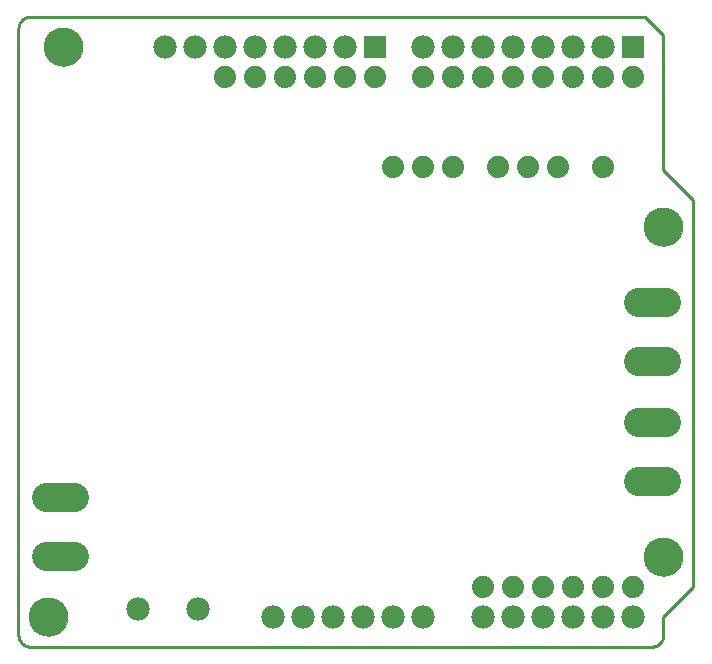
<source format=gbs>
G75*
%MOIN*%
%OFA0B0*%
%FSLAX25Y25*%
%IPPOS*%
%LPD*%
%AMOC8*
5,1,8,0,0,1.08239X$1,22.5*
%
%ADD10C,0.01000*%
%ADD11C,0.00000*%
%ADD12C,0.12998*%
%ADD13C,0.07800*%
%ADD14R,0.07800X0.07800*%
%ADD15C,0.09770*%
%ADD16C,0.07400*%
D10*
X0005537Y0010800D02*
X0212663Y0010800D01*
X0212787Y0010802D01*
X0212910Y0010808D01*
X0213034Y0010817D01*
X0213156Y0010831D01*
X0213279Y0010848D01*
X0213401Y0010870D01*
X0213522Y0010895D01*
X0213642Y0010924D01*
X0213761Y0010956D01*
X0213880Y0010993D01*
X0213997Y0011033D01*
X0214112Y0011076D01*
X0214227Y0011124D01*
X0214339Y0011175D01*
X0214450Y0011229D01*
X0214560Y0011287D01*
X0214667Y0011348D01*
X0214773Y0011413D01*
X0214876Y0011481D01*
X0214977Y0011552D01*
X0215076Y0011626D01*
X0215173Y0011703D01*
X0215267Y0011784D01*
X0215358Y0011867D01*
X0215447Y0011953D01*
X0215533Y0012042D01*
X0215616Y0012133D01*
X0215697Y0012227D01*
X0215774Y0012324D01*
X0215848Y0012423D01*
X0215919Y0012524D01*
X0215987Y0012627D01*
X0216052Y0012733D01*
X0216113Y0012840D01*
X0216171Y0012950D01*
X0216225Y0013061D01*
X0216276Y0013173D01*
X0216324Y0013288D01*
X0216367Y0013403D01*
X0216407Y0013520D01*
X0216444Y0013639D01*
X0216476Y0013758D01*
X0216505Y0013878D01*
X0216530Y0013999D01*
X0216552Y0014121D01*
X0216569Y0014244D01*
X0216583Y0014366D01*
X0216592Y0014490D01*
X0216598Y0014613D01*
X0216600Y0014737D01*
X0216600Y0020800D01*
X0226600Y0030800D01*
X0226600Y0159800D01*
X0216600Y0169800D01*
X0216600Y0214800D01*
X0210600Y0220800D01*
X0005537Y0220800D01*
X0005413Y0220798D01*
X0005290Y0220792D01*
X0005166Y0220783D01*
X0005044Y0220769D01*
X0004921Y0220752D01*
X0004799Y0220730D01*
X0004678Y0220705D01*
X0004558Y0220676D01*
X0004439Y0220644D01*
X0004320Y0220607D01*
X0004203Y0220567D01*
X0004088Y0220524D01*
X0003973Y0220476D01*
X0003861Y0220425D01*
X0003750Y0220371D01*
X0003640Y0220313D01*
X0003533Y0220252D01*
X0003427Y0220187D01*
X0003324Y0220119D01*
X0003223Y0220048D01*
X0003124Y0219974D01*
X0003027Y0219897D01*
X0002933Y0219816D01*
X0002842Y0219733D01*
X0002753Y0219647D01*
X0002667Y0219558D01*
X0002584Y0219467D01*
X0002503Y0219373D01*
X0002426Y0219276D01*
X0002352Y0219177D01*
X0002281Y0219076D01*
X0002213Y0218973D01*
X0002148Y0218867D01*
X0002087Y0218760D01*
X0002029Y0218650D01*
X0001975Y0218539D01*
X0001924Y0218427D01*
X0001876Y0218312D01*
X0001833Y0218197D01*
X0001793Y0218080D01*
X0001756Y0217961D01*
X0001724Y0217842D01*
X0001695Y0217722D01*
X0001670Y0217601D01*
X0001648Y0217479D01*
X0001631Y0217356D01*
X0001617Y0217234D01*
X0001608Y0217110D01*
X0001602Y0216987D01*
X0001600Y0216863D01*
X0001600Y0014737D01*
X0001602Y0014613D01*
X0001608Y0014490D01*
X0001617Y0014366D01*
X0001631Y0014244D01*
X0001648Y0014121D01*
X0001670Y0013999D01*
X0001695Y0013878D01*
X0001724Y0013758D01*
X0001756Y0013639D01*
X0001793Y0013520D01*
X0001833Y0013403D01*
X0001876Y0013288D01*
X0001924Y0013173D01*
X0001975Y0013061D01*
X0002029Y0012950D01*
X0002087Y0012840D01*
X0002148Y0012733D01*
X0002213Y0012627D01*
X0002281Y0012524D01*
X0002352Y0012423D01*
X0002426Y0012324D01*
X0002503Y0012227D01*
X0002584Y0012133D01*
X0002667Y0012042D01*
X0002753Y0011953D01*
X0002842Y0011867D01*
X0002933Y0011784D01*
X0003027Y0011703D01*
X0003124Y0011626D01*
X0003223Y0011552D01*
X0003324Y0011481D01*
X0003427Y0011413D01*
X0003533Y0011348D01*
X0003640Y0011287D01*
X0003750Y0011229D01*
X0003861Y0011175D01*
X0003973Y0011124D01*
X0004088Y0011076D01*
X0004203Y0011033D01*
X0004320Y0010993D01*
X0004439Y0010956D01*
X0004558Y0010924D01*
X0004678Y0010895D01*
X0004799Y0010870D01*
X0004921Y0010848D01*
X0005044Y0010831D01*
X0005166Y0010817D01*
X0005290Y0010808D01*
X0005413Y0010802D01*
X0005537Y0010800D01*
D11*
X0005301Y0020800D02*
X0005303Y0020958D01*
X0005309Y0021116D01*
X0005319Y0021274D01*
X0005333Y0021432D01*
X0005351Y0021589D01*
X0005372Y0021746D01*
X0005398Y0021902D01*
X0005428Y0022058D01*
X0005461Y0022213D01*
X0005499Y0022366D01*
X0005540Y0022519D01*
X0005585Y0022671D01*
X0005634Y0022822D01*
X0005687Y0022971D01*
X0005743Y0023119D01*
X0005803Y0023265D01*
X0005867Y0023410D01*
X0005935Y0023553D01*
X0006006Y0023695D01*
X0006080Y0023835D01*
X0006158Y0023972D01*
X0006240Y0024108D01*
X0006324Y0024242D01*
X0006413Y0024373D01*
X0006504Y0024502D01*
X0006599Y0024629D01*
X0006696Y0024754D01*
X0006797Y0024876D01*
X0006901Y0024995D01*
X0007008Y0025112D01*
X0007118Y0025226D01*
X0007231Y0025337D01*
X0007346Y0025446D01*
X0007464Y0025551D01*
X0007585Y0025653D01*
X0007708Y0025753D01*
X0007834Y0025849D01*
X0007962Y0025942D01*
X0008092Y0026032D01*
X0008225Y0026118D01*
X0008360Y0026202D01*
X0008496Y0026281D01*
X0008635Y0026358D01*
X0008776Y0026430D01*
X0008918Y0026500D01*
X0009062Y0026565D01*
X0009208Y0026627D01*
X0009355Y0026685D01*
X0009504Y0026740D01*
X0009654Y0026791D01*
X0009805Y0026838D01*
X0009957Y0026881D01*
X0010110Y0026920D01*
X0010265Y0026956D01*
X0010420Y0026987D01*
X0010576Y0027015D01*
X0010732Y0027039D01*
X0010889Y0027059D01*
X0011047Y0027075D01*
X0011204Y0027087D01*
X0011363Y0027095D01*
X0011521Y0027099D01*
X0011679Y0027099D01*
X0011837Y0027095D01*
X0011996Y0027087D01*
X0012153Y0027075D01*
X0012311Y0027059D01*
X0012468Y0027039D01*
X0012624Y0027015D01*
X0012780Y0026987D01*
X0012935Y0026956D01*
X0013090Y0026920D01*
X0013243Y0026881D01*
X0013395Y0026838D01*
X0013546Y0026791D01*
X0013696Y0026740D01*
X0013845Y0026685D01*
X0013992Y0026627D01*
X0014138Y0026565D01*
X0014282Y0026500D01*
X0014424Y0026430D01*
X0014565Y0026358D01*
X0014704Y0026281D01*
X0014840Y0026202D01*
X0014975Y0026118D01*
X0015108Y0026032D01*
X0015238Y0025942D01*
X0015366Y0025849D01*
X0015492Y0025753D01*
X0015615Y0025653D01*
X0015736Y0025551D01*
X0015854Y0025446D01*
X0015969Y0025337D01*
X0016082Y0025226D01*
X0016192Y0025112D01*
X0016299Y0024995D01*
X0016403Y0024876D01*
X0016504Y0024754D01*
X0016601Y0024629D01*
X0016696Y0024502D01*
X0016787Y0024373D01*
X0016876Y0024242D01*
X0016960Y0024108D01*
X0017042Y0023972D01*
X0017120Y0023835D01*
X0017194Y0023695D01*
X0017265Y0023553D01*
X0017333Y0023410D01*
X0017397Y0023265D01*
X0017457Y0023119D01*
X0017513Y0022971D01*
X0017566Y0022822D01*
X0017615Y0022671D01*
X0017660Y0022519D01*
X0017701Y0022366D01*
X0017739Y0022213D01*
X0017772Y0022058D01*
X0017802Y0021902D01*
X0017828Y0021746D01*
X0017849Y0021589D01*
X0017867Y0021432D01*
X0017881Y0021274D01*
X0017891Y0021116D01*
X0017897Y0020958D01*
X0017899Y0020800D01*
X0017897Y0020642D01*
X0017891Y0020484D01*
X0017881Y0020326D01*
X0017867Y0020168D01*
X0017849Y0020011D01*
X0017828Y0019854D01*
X0017802Y0019698D01*
X0017772Y0019542D01*
X0017739Y0019387D01*
X0017701Y0019234D01*
X0017660Y0019081D01*
X0017615Y0018929D01*
X0017566Y0018778D01*
X0017513Y0018629D01*
X0017457Y0018481D01*
X0017397Y0018335D01*
X0017333Y0018190D01*
X0017265Y0018047D01*
X0017194Y0017905D01*
X0017120Y0017765D01*
X0017042Y0017628D01*
X0016960Y0017492D01*
X0016876Y0017358D01*
X0016787Y0017227D01*
X0016696Y0017098D01*
X0016601Y0016971D01*
X0016504Y0016846D01*
X0016403Y0016724D01*
X0016299Y0016605D01*
X0016192Y0016488D01*
X0016082Y0016374D01*
X0015969Y0016263D01*
X0015854Y0016154D01*
X0015736Y0016049D01*
X0015615Y0015947D01*
X0015492Y0015847D01*
X0015366Y0015751D01*
X0015238Y0015658D01*
X0015108Y0015568D01*
X0014975Y0015482D01*
X0014840Y0015398D01*
X0014704Y0015319D01*
X0014565Y0015242D01*
X0014424Y0015170D01*
X0014282Y0015100D01*
X0014138Y0015035D01*
X0013992Y0014973D01*
X0013845Y0014915D01*
X0013696Y0014860D01*
X0013546Y0014809D01*
X0013395Y0014762D01*
X0013243Y0014719D01*
X0013090Y0014680D01*
X0012935Y0014644D01*
X0012780Y0014613D01*
X0012624Y0014585D01*
X0012468Y0014561D01*
X0012311Y0014541D01*
X0012153Y0014525D01*
X0011996Y0014513D01*
X0011837Y0014505D01*
X0011679Y0014501D01*
X0011521Y0014501D01*
X0011363Y0014505D01*
X0011204Y0014513D01*
X0011047Y0014525D01*
X0010889Y0014541D01*
X0010732Y0014561D01*
X0010576Y0014585D01*
X0010420Y0014613D01*
X0010265Y0014644D01*
X0010110Y0014680D01*
X0009957Y0014719D01*
X0009805Y0014762D01*
X0009654Y0014809D01*
X0009504Y0014860D01*
X0009355Y0014915D01*
X0009208Y0014973D01*
X0009062Y0015035D01*
X0008918Y0015100D01*
X0008776Y0015170D01*
X0008635Y0015242D01*
X0008496Y0015319D01*
X0008360Y0015398D01*
X0008225Y0015482D01*
X0008092Y0015568D01*
X0007962Y0015658D01*
X0007834Y0015751D01*
X0007708Y0015847D01*
X0007585Y0015947D01*
X0007464Y0016049D01*
X0007346Y0016154D01*
X0007231Y0016263D01*
X0007118Y0016374D01*
X0007008Y0016488D01*
X0006901Y0016605D01*
X0006797Y0016724D01*
X0006696Y0016846D01*
X0006599Y0016971D01*
X0006504Y0017098D01*
X0006413Y0017227D01*
X0006324Y0017358D01*
X0006240Y0017492D01*
X0006158Y0017628D01*
X0006080Y0017765D01*
X0006006Y0017905D01*
X0005935Y0018047D01*
X0005867Y0018190D01*
X0005803Y0018335D01*
X0005743Y0018481D01*
X0005687Y0018629D01*
X0005634Y0018778D01*
X0005585Y0018929D01*
X0005540Y0019081D01*
X0005499Y0019234D01*
X0005461Y0019387D01*
X0005428Y0019542D01*
X0005398Y0019698D01*
X0005372Y0019854D01*
X0005351Y0020011D01*
X0005333Y0020168D01*
X0005319Y0020326D01*
X0005309Y0020484D01*
X0005303Y0020642D01*
X0005301Y0020800D01*
X0010301Y0210800D02*
X0010303Y0210958D01*
X0010309Y0211116D01*
X0010319Y0211274D01*
X0010333Y0211432D01*
X0010351Y0211589D01*
X0010372Y0211746D01*
X0010398Y0211902D01*
X0010428Y0212058D01*
X0010461Y0212213D01*
X0010499Y0212366D01*
X0010540Y0212519D01*
X0010585Y0212671D01*
X0010634Y0212822D01*
X0010687Y0212971D01*
X0010743Y0213119D01*
X0010803Y0213265D01*
X0010867Y0213410D01*
X0010935Y0213553D01*
X0011006Y0213695D01*
X0011080Y0213835D01*
X0011158Y0213972D01*
X0011240Y0214108D01*
X0011324Y0214242D01*
X0011413Y0214373D01*
X0011504Y0214502D01*
X0011599Y0214629D01*
X0011696Y0214754D01*
X0011797Y0214876D01*
X0011901Y0214995D01*
X0012008Y0215112D01*
X0012118Y0215226D01*
X0012231Y0215337D01*
X0012346Y0215446D01*
X0012464Y0215551D01*
X0012585Y0215653D01*
X0012708Y0215753D01*
X0012834Y0215849D01*
X0012962Y0215942D01*
X0013092Y0216032D01*
X0013225Y0216118D01*
X0013360Y0216202D01*
X0013496Y0216281D01*
X0013635Y0216358D01*
X0013776Y0216430D01*
X0013918Y0216500D01*
X0014062Y0216565D01*
X0014208Y0216627D01*
X0014355Y0216685D01*
X0014504Y0216740D01*
X0014654Y0216791D01*
X0014805Y0216838D01*
X0014957Y0216881D01*
X0015110Y0216920D01*
X0015265Y0216956D01*
X0015420Y0216987D01*
X0015576Y0217015D01*
X0015732Y0217039D01*
X0015889Y0217059D01*
X0016047Y0217075D01*
X0016204Y0217087D01*
X0016363Y0217095D01*
X0016521Y0217099D01*
X0016679Y0217099D01*
X0016837Y0217095D01*
X0016996Y0217087D01*
X0017153Y0217075D01*
X0017311Y0217059D01*
X0017468Y0217039D01*
X0017624Y0217015D01*
X0017780Y0216987D01*
X0017935Y0216956D01*
X0018090Y0216920D01*
X0018243Y0216881D01*
X0018395Y0216838D01*
X0018546Y0216791D01*
X0018696Y0216740D01*
X0018845Y0216685D01*
X0018992Y0216627D01*
X0019138Y0216565D01*
X0019282Y0216500D01*
X0019424Y0216430D01*
X0019565Y0216358D01*
X0019704Y0216281D01*
X0019840Y0216202D01*
X0019975Y0216118D01*
X0020108Y0216032D01*
X0020238Y0215942D01*
X0020366Y0215849D01*
X0020492Y0215753D01*
X0020615Y0215653D01*
X0020736Y0215551D01*
X0020854Y0215446D01*
X0020969Y0215337D01*
X0021082Y0215226D01*
X0021192Y0215112D01*
X0021299Y0214995D01*
X0021403Y0214876D01*
X0021504Y0214754D01*
X0021601Y0214629D01*
X0021696Y0214502D01*
X0021787Y0214373D01*
X0021876Y0214242D01*
X0021960Y0214108D01*
X0022042Y0213972D01*
X0022120Y0213835D01*
X0022194Y0213695D01*
X0022265Y0213553D01*
X0022333Y0213410D01*
X0022397Y0213265D01*
X0022457Y0213119D01*
X0022513Y0212971D01*
X0022566Y0212822D01*
X0022615Y0212671D01*
X0022660Y0212519D01*
X0022701Y0212366D01*
X0022739Y0212213D01*
X0022772Y0212058D01*
X0022802Y0211902D01*
X0022828Y0211746D01*
X0022849Y0211589D01*
X0022867Y0211432D01*
X0022881Y0211274D01*
X0022891Y0211116D01*
X0022897Y0210958D01*
X0022899Y0210800D01*
X0022897Y0210642D01*
X0022891Y0210484D01*
X0022881Y0210326D01*
X0022867Y0210168D01*
X0022849Y0210011D01*
X0022828Y0209854D01*
X0022802Y0209698D01*
X0022772Y0209542D01*
X0022739Y0209387D01*
X0022701Y0209234D01*
X0022660Y0209081D01*
X0022615Y0208929D01*
X0022566Y0208778D01*
X0022513Y0208629D01*
X0022457Y0208481D01*
X0022397Y0208335D01*
X0022333Y0208190D01*
X0022265Y0208047D01*
X0022194Y0207905D01*
X0022120Y0207765D01*
X0022042Y0207628D01*
X0021960Y0207492D01*
X0021876Y0207358D01*
X0021787Y0207227D01*
X0021696Y0207098D01*
X0021601Y0206971D01*
X0021504Y0206846D01*
X0021403Y0206724D01*
X0021299Y0206605D01*
X0021192Y0206488D01*
X0021082Y0206374D01*
X0020969Y0206263D01*
X0020854Y0206154D01*
X0020736Y0206049D01*
X0020615Y0205947D01*
X0020492Y0205847D01*
X0020366Y0205751D01*
X0020238Y0205658D01*
X0020108Y0205568D01*
X0019975Y0205482D01*
X0019840Y0205398D01*
X0019704Y0205319D01*
X0019565Y0205242D01*
X0019424Y0205170D01*
X0019282Y0205100D01*
X0019138Y0205035D01*
X0018992Y0204973D01*
X0018845Y0204915D01*
X0018696Y0204860D01*
X0018546Y0204809D01*
X0018395Y0204762D01*
X0018243Y0204719D01*
X0018090Y0204680D01*
X0017935Y0204644D01*
X0017780Y0204613D01*
X0017624Y0204585D01*
X0017468Y0204561D01*
X0017311Y0204541D01*
X0017153Y0204525D01*
X0016996Y0204513D01*
X0016837Y0204505D01*
X0016679Y0204501D01*
X0016521Y0204501D01*
X0016363Y0204505D01*
X0016204Y0204513D01*
X0016047Y0204525D01*
X0015889Y0204541D01*
X0015732Y0204561D01*
X0015576Y0204585D01*
X0015420Y0204613D01*
X0015265Y0204644D01*
X0015110Y0204680D01*
X0014957Y0204719D01*
X0014805Y0204762D01*
X0014654Y0204809D01*
X0014504Y0204860D01*
X0014355Y0204915D01*
X0014208Y0204973D01*
X0014062Y0205035D01*
X0013918Y0205100D01*
X0013776Y0205170D01*
X0013635Y0205242D01*
X0013496Y0205319D01*
X0013360Y0205398D01*
X0013225Y0205482D01*
X0013092Y0205568D01*
X0012962Y0205658D01*
X0012834Y0205751D01*
X0012708Y0205847D01*
X0012585Y0205947D01*
X0012464Y0206049D01*
X0012346Y0206154D01*
X0012231Y0206263D01*
X0012118Y0206374D01*
X0012008Y0206488D01*
X0011901Y0206605D01*
X0011797Y0206724D01*
X0011696Y0206846D01*
X0011599Y0206971D01*
X0011504Y0207098D01*
X0011413Y0207227D01*
X0011324Y0207358D01*
X0011240Y0207492D01*
X0011158Y0207628D01*
X0011080Y0207765D01*
X0011006Y0207905D01*
X0010935Y0208047D01*
X0010867Y0208190D01*
X0010803Y0208335D01*
X0010743Y0208481D01*
X0010687Y0208629D01*
X0010634Y0208778D01*
X0010585Y0208929D01*
X0010540Y0209081D01*
X0010499Y0209234D01*
X0010461Y0209387D01*
X0010428Y0209542D01*
X0010398Y0209698D01*
X0010372Y0209854D01*
X0010351Y0210011D01*
X0010333Y0210168D01*
X0010319Y0210326D01*
X0010309Y0210484D01*
X0010303Y0210642D01*
X0010301Y0210800D01*
X0210301Y0150800D02*
X0210303Y0150958D01*
X0210309Y0151116D01*
X0210319Y0151274D01*
X0210333Y0151432D01*
X0210351Y0151589D01*
X0210372Y0151746D01*
X0210398Y0151902D01*
X0210428Y0152058D01*
X0210461Y0152213D01*
X0210499Y0152366D01*
X0210540Y0152519D01*
X0210585Y0152671D01*
X0210634Y0152822D01*
X0210687Y0152971D01*
X0210743Y0153119D01*
X0210803Y0153265D01*
X0210867Y0153410D01*
X0210935Y0153553D01*
X0211006Y0153695D01*
X0211080Y0153835D01*
X0211158Y0153972D01*
X0211240Y0154108D01*
X0211324Y0154242D01*
X0211413Y0154373D01*
X0211504Y0154502D01*
X0211599Y0154629D01*
X0211696Y0154754D01*
X0211797Y0154876D01*
X0211901Y0154995D01*
X0212008Y0155112D01*
X0212118Y0155226D01*
X0212231Y0155337D01*
X0212346Y0155446D01*
X0212464Y0155551D01*
X0212585Y0155653D01*
X0212708Y0155753D01*
X0212834Y0155849D01*
X0212962Y0155942D01*
X0213092Y0156032D01*
X0213225Y0156118D01*
X0213360Y0156202D01*
X0213496Y0156281D01*
X0213635Y0156358D01*
X0213776Y0156430D01*
X0213918Y0156500D01*
X0214062Y0156565D01*
X0214208Y0156627D01*
X0214355Y0156685D01*
X0214504Y0156740D01*
X0214654Y0156791D01*
X0214805Y0156838D01*
X0214957Y0156881D01*
X0215110Y0156920D01*
X0215265Y0156956D01*
X0215420Y0156987D01*
X0215576Y0157015D01*
X0215732Y0157039D01*
X0215889Y0157059D01*
X0216047Y0157075D01*
X0216204Y0157087D01*
X0216363Y0157095D01*
X0216521Y0157099D01*
X0216679Y0157099D01*
X0216837Y0157095D01*
X0216996Y0157087D01*
X0217153Y0157075D01*
X0217311Y0157059D01*
X0217468Y0157039D01*
X0217624Y0157015D01*
X0217780Y0156987D01*
X0217935Y0156956D01*
X0218090Y0156920D01*
X0218243Y0156881D01*
X0218395Y0156838D01*
X0218546Y0156791D01*
X0218696Y0156740D01*
X0218845Y0156685D01*
X0218992Y0156627D01*
X0219138Y0156565D01*
X0219282Y0156500D01*
X0219424Y0156430D01*
X0219565Y0156358D01*
X0219704Y0156281D01*
X0219840Y0156202D01*
X0219975Y0156118D01*
X0220108Y0156032D01*
X0220238Y0155942D01*
X0220366Y0155849D01*
X0220492Y0155753D01*
X0220615Y0155653D01*
X0220736Y0155551D01*
X0220854Y0155446D01*
X0220969Y0155337D01*
X0221082Y0155226D01*
X0221192Y0155112D01*
X0221299Y0154995D01*
X0221403Y0154876D01*
X0221504Y0154754D01*
X0221601Y0154629D01*
X0221696Y0154502D01*
X0221787Y0154373D01*
X0221876Y0154242D01*
X0221960Y0154108D01*
X0222042Y0153972D01*
X0222120Y0153835D01*
X0222194Y0153695D01*
X0222265Y0153553D01*
X0222333Y0153410D01*
X0222397Y0153265D01*
X0222457Y0153119D01*
X0222513Y0152971D01*
X0222566Y0152822D01*
X0222615Y0152671D01*
X0222660Y0152519D01*
X0222701Y0152366D01*
X0222739Y0152213D01*
X0222772Y0152058D01*
X0222802Y0151902D01*
X0222828Y0151746D01*
X0222849Y0151589D01*
X0222867Y0151432D01*
X0222881Y0151274D01*
X0222891Y0151116D01*
X0222897Y0150958D01*
X0222899Y0150800D01*
X0222897Y0150642D01*
X0222891Y0150484D01*
X0222881Y0150326D01*
X0222867Y0150168D01*
X0222849Y0150011D01*
X0222828Y0149854D01*
X0222802Y0149698D01*
X0222772Y0149542D01*
X0222739Y0149387D01*
X0222701Y0149234D01*
X0222660Y0149081D01*
X0222615Y0148929D01*
X0222566Y0148778D01*
X0222513Y0148629D01*
X0222457Y0148481D01*
X0222397Y0148335D01*
X0222333Y0148190D01*
X0222265Y0148047D01*
X0222194Y0147905D01*
X0222120Y0147765D01*
X0222042Y0147628D01*
X0221960Y0147492D01*
X0221876Y0147358D01*
X0221787Y0147227D01*
X0221696Y0147098D01*
X0221601Y0146971D01*
X0221504Y0146846D01*
X0221403Y0146724D01*
X0221299Y0146605D01*
X0221192Y0146488D01*
X0221082Y0146374D01*
X0220969Y0146263D01*
X0220854Y0146154D01*
X0220736Y0146049D01*
X0220615Y0145947D01*
X0220492Y0145847D01*
X0220366Y0145751D01*
X0220238Y0145658D01*
X0220108Y0145568D01*
X0219975Y0145482D01*
X0219840Y0145398D01*
X0219704Y0145319D01*
X0219565Y0145242D01*
X0219424Y0145170D01*
X0219282Y0145100D01*
X0219138Y0145035D01*
X0218992Y0144973D01*
X0218845Y0144915D01*
X0218696Y0144860D01*
X0218546Y0144809D01*
X0218395Y0144762D01*
X0218243Y0144719D01*
X0218090Y0144680D01*
X0217935Y0144644D01*
X0217780Y0144613D01*
X0217624Y0144585D01*
X0217468Y0144561D01*
X0217311Y0144541D01*
X0217153Y0144525D01*
X0216996Y0144513D01*
X0216837Y0144505D01*
X0216679Y0144501D01*
X0216521Y0144501D01*
X0216363Y0144505D01*
X0216204Y0144513D01*
X0216047Y0144525D01*
X0215889Y0144541D01*
X0215732Y0144561D01*
X0215576Y0144585D01*
X0215420Y0144613D01*
X0215265Y0144644D01*
X0215110Y0144680D01*
X0214957Y0144719D01*
X0214805Y0144762D01*
X0214654Y0144809D01*
X0214504Y0144860D01*
X0214355Y0144915D01*
X0214208Y0144973D01*
X0214062Y0145035D01*
X0213918Y0145100D01*
X0213776Y0145170D01*
X0213635Y0145242D01*
X0213496Y0145319D01*
X0213360Y0145398D01*
X0213225Y0145482D01*
X0213092Y0145568D01*
X0212962Y0145658D01*
X0212834Y0145751D01*
X0212708Y0145847D01*
X0212585Y0145947D01*
X0212464Y0146049D01*
X0212346Y0146154D01*
X0212231Y0146263D01*
X0212118Y0146374D01*
X0212008Y0146488D01*
X0211901Y0146605D01*
X0211797Y0146724D01*
X0211696Y0146846D01*
X0211599Y0146971D01*
X0211504Y0147098D01*
X0211413Y0147227D01*
X0211324Y0147358D01*
X0211240Y0147492D01*
X0211158Y0147628D01*
X0211080Y0147765D01*
X0211006Y0147905D01*
X0210935Y0148047D01*
X0210867Y0148190D01*
X0210803Y0148335D01*
X0210743Y0148481D01*
X0210687Y0148629D01*
X0210634Y0148778D01*
X0210585Y0148929D01*
X0210540Y0149081D01*
X0210499Y0149234D01*
X0210461Y0149387D01*
X0210428Y0149542D01*
X0210398Y0149698D01*
X0210372Y0149854D01*
X0210351Y0150011D01*
X0210333Y0150168D01*
X0210319Y0150326D01*
X0210309Y0150484D01*
X0210303Y0150642D01*
X0210301Y0150800D01*
X0210301Y0040800D02*
X0210303Y0040958D01*
X0210309Y0041116D01*
X0210319Y0041274D01*
X0210333Y0041432D01*
X0210351Y0041589D01*
X0210372Y0041746D01*
X0210398Y0041902D01*
X0210428Y0042058D01*
X0210461Y0042213D01*
X0210499Y0042366D01*
X0210540Y0042519D01*
X0210585Y0042671D01*
X0210634Y0042822D01*
X0210687Y0042971D01*
X0210743Y0043119D01*
X0210803Y0043265D01*
X0210867Y0043410D01*
X0210935Y0043553D01*
X0211006Y0043695D01*
X0211080Y0043835D01*
X0211158Y0043972D01*
X0211240Y0044108D01*
X0211324Y0044242D01*
X0211413Y0044373D01*
X0211504Y0044502D01*
X0211599Y0044629D01*
X0211696Y0044754D01*
X0211797Y0044876D01*
X0211901Y0044995D01*
X0212008Y0045112D01*
X0212118Y0045226D01*
X0212231Y0045337D01*
X0212346Y0045446D01*
X0212464Y0045551D01*
X0212585Y0045653D01*
X0212708Y0045753D01*
X0212834Y0045849D01*
X0212962Y0045942D01*
X0213092Y0046032D01*
X0213225Y0046118D01*
X0213360Y0046202D01*
X0213496Y0046281D01*
X0213635Y0046358D01*
X0213776Y0046430D01*
X0213918Y0046500D01*
X0214062Y0046565D01*
X0214208Y0046627D01*
X0214355Y0046685D01*
X0214504Y0046740D01*
X0214654Y0046791D01*
X0214805Y0046838D01*
X0214957Y0046881D01*
X0215110Y0046920D01*
X0215265Y0046956D01*
X0215420Y0046987D01*
X0215576Y0047015D01*
X0215732Y0047039D01*
X0215889Y0047059D01*
X0216047Y0047075D01*
X0216204Y0047087D01*
X0216363Y0047095D01*
X0216521Y0047099D01*
X0216679Y0047099D01*
X0216837Y0047095D01*
X0216996Y0047087D01*
X0217153Y0047075D01*
X0217311Y0047059D01*
X0217468Y0047039D01*
X0217624Y0047015D01*
X0217780Y0046987D01*
X0217935Y0046956D01*
X0218090Y0046920D01*
X0218243Y0046881D01*
X0218395Y0046838D01*
X0218546Y0046791D01*
X0218696Y0046740D01*
X0218845Y0046685D01*
X0218992Y0046627D01*
X0219138Y0046565D01*
X0219282Y0046500D01*
X0219424Y0046430D01*
X0219565Y0046358D01*
X0219704Y0046281D01*
X0219840Y0046202D01*
X0219975Y0046118D01*
X0220108Y0046032D01*
X0220238Y0045942D01*
X0220366Y0045849D01*
X0220492Y0045753D01*
X0220615Y0045653D01*
X0220736Y0045551D01*
X0220854Y0045446D01*
X0220969Y0045337D01*
X0221082Y0045226D01*
X0221192Y0045112D01*
X0221299Y0044995D01*
X0221403Y0044876D01*
X0221504Y0044754D01*
X0221601Y0044629D01*
X0221696Y0044502D01*
X0221787Y0044373D01*
X0221876Y0044242D01*
X0221960Y0044108D01*
X0222042Y0043972D01*
X0222120Y0043835D01*
X0222194Y0043695D01*
X0222265Y0043553D01*
X0222333Y0043410D01*
X0222397Y0043265D01*
X0222457Y0043119D01*
X0222513Y0042971D01*
X0222566Y0042822D01*
X0222615Y0042671D01*
X0222660Y0042519D01*
X0222701Y0042366D01*
X0222739Y0042213D01*
X0222772Y0042058D01*
X0222802Y0041902D01*
X0222828Y0041746D01*
X0222849Y0041589D01*
X0222867Y0041432D01*
X0222881Y0041274D01*
X0222891Y0041116D01*
X0222897Y0040958D01*
X0222899Y0040800D01*
X0222897Y0040642D01*
X0222891Y0040484D01*
X0222881Y0040326D01*
X0222867Y0040168D01*
X0222849Y0040011D01*
X0222828Y0039854D01*
X0222802Y0039698D01*
X0222772Y0039542D01*
X0222739Y0039387D01*
X0222701Y0039234D01*
X0222660Y0039081D01*
X0222615Y0038929D01*
X0222566Y0038778D01*
X0222513Y0038629D01*
X0222457Y0038481D01*
X0222397Y0038335D01*
X0222333Y0038190D01*
X0222265Y0038047D01*
X0222194Y0037905D01*
X0222120Y0037765D01*
X0222042Y0037628D01*
X0221960Y0037492D01*
X0221876Y0037358D01*
X0221787Y0037227D01*
X0221696Y0037098D01*
X0221601Y0036971D01*
X0221504Y0036846D01*
X0221403Y0036724D01*
X0221299Y0036605D01*
X0221192Y0036488D01*
X0221082Y0036374D01*
X0220969Y0036263D01*
X0220854Y0036154D01*
X0220736Y0036049D01*
X0220615Y0035947D01*
X0220492Y0035847D01*
X0220366Y0035751D01*
X0220238Y0035658D01*
X0220108Y0035568D01*
X0219975Y0035482D01*
X0219840Y0035398D01*
X0219704Y0035319D01*
X0219565Y0035242D01*
X0219424Y0035170D01*
X0219282Y0035100D01*
X0219138Y0035035D01*
X0218992Y0034973D01*
X0218845Y0034915D01*
X0218696Y0034860D01*
X0218546Y0034809D01*
X0218395Y0034762D01*
X0218243Y0034719D01*
X0218090Y0034680D01*
X0217935Y0034644D01*
X0217780Y0034613D01*
X0217624Y0034585D01*
X0217468Y0034561D01*
X0217311Y0034541D01*
X0217153Y0034525D01*
X0216996Y0034513D01*
X0216837Y0034505D01*
X0216679Y0034501D01*
X0216521Y0034501D01*
X0216363Y0034505D01*
X0216204Y0034513D01*
X0216047Y0034525D01*
X0215889Y0034541D01*
X0215732Y0034561D01*
X0215576Y0034585D01*
X0215420Y0034613D01*
X0215265Y0034644D01*
X0215110Y0034680D01*
X0214957Y0034719D01*
X0214805Y0034762D01*
X0214654Y0034809D01*
X0214504Y0034860D01*
X0214355Y0034915D01*
X0214208Y0034973D01*
X0214062Y0035035D01*
X0213918Y0035100D01*
X0213776Y0035170D01*
X0213635Y0035242D01*
X0213496Y0035319D01*
X0213360Y0035398D01*
X0213225Y0035482D01*
X0213092Y0035568D01*
X0212962Y0035658D01*
X0212834Y0035751D01*
X0212708Y0035847D01*
X0212585Y0035947D01*
X0212464Y0036049D01*
X0212346Y0036154D01*
X0212231Y0036263D01*
X0212118Y0036374D01*
X0212008Y0036488D01*
X0211901Y0036605D01*
X0211797Y0036724D01*
X0211696Y0036846D01*
X0211599Y0036971D01*
X0211504Y0037098D01*
X0211413Y0037227D01*
X0211324Y0037358D01*
X0211240Y0037492D01*
X0211158Y0037628D01*
X0211080Y0037765D01*
X0211006Y0037905D01*
X0210935Y0038047D01*
X0210867Y0038190D01*
X0210803Y0038335D01*
X0210743Y0038481D01*
X0210687Y0038629D01*
X0210634Y0038778D01*
X0210585Y0038929D01*
X0210540Y0039081D01*
X0210499Y0039234D01*
X0210461Y0039387D01*
X0210428Y0039542D01*
X0210398Y0039698D01*
X0210372Y0039854D01*
X0210351Y0040011D01*
X0210333Y0040168D01*
X0210319Y0040326D01*
X0210309Y0040484D01*
X0210303Y0040642D01*
X0210301Y0040800D01*
D12*
X0216600Y0040800D03*
X0216600Y0150800D03*
X0016600Y0210800D03*
X0011600Y0020800D03*
D13*
X0041600Y0023300D03*
X0061600Y0023300D03*
X0086600Y0020800D03*
X0096600Y0020800D03*
X0106600Y0020800D03*
X0116600Y0020800D03*
X0126600Y0020800D03*
X0136600Y0020800D03*
X0156600Y0020800D03*
X0166600Y0020800D03*
X0176600Y0020800D03*
X0186600Y0020800D03*
X0196600Y0020800D03*
X0206600Y0020800D03*
X0196600Y0210800D03*
X0186600Y0210800D03*
X0176600Y0210800D03*
X0166600Y0210800D03*
X0156600Y0210800D03*
X0146600Y0210800D03*
X0136600Y0210800D03*
X0110600Y0210800D03*
X0100600Y0210800D03*
X0090600Y0210800D03*
X0080600Y0210800D03*
X0070600Y0210800D03*
X0060600Y0210800D03*
X0050600Y0210800D03*
D14*
X0120600Y0210800D03*
X0206600Y0210800D03*
D15*
X0208187Y0125643D02*
X0217557Y0125643D01*
X0217557Y0105957D02*
X0208187Y0105957D01*
X0208187Y0085643D02*
X0217557Y0085643D01*
X0217557Y0065957D02*
X0208187Y0065957D01*
X0020263Y0060643D02*
X0010893Y0060643D01*
X0010893Y0040957D02*
X0020263Y0040957D01*
D16*
X0126600Y0170800D03*
X0136600Y0170800D03*
X0146600Y0170800D03*
X0161600Y0170800D03*
X0171600Y0170800D03*
X0181600Y0170800D03*
X0196600Y0170800D03*
X0196600Y0200800D03*
X0206600Y0200800D03*
X0186600Y0200800D03*
X0176600Y0200800D03*
X0166600Y0200800D03*
X0156600Y0200800D03*
X0146600Y0200800D03*
X0136600Y0200800D03*
X0120600Y0200800D03*
X0110600Y0200800D03*
X0100600Y0200800D03*
X0090600Y0200800D03*
X0080600Y0200800D03*
X0070600Y0200800D03*
X0156600Y0030800D03*
X0166600Y0030800D03*
X0176600Y0030800D03*
X0186600Y0030800D03*
X0196600Y0030800D03*
X0206600Y0030800D03*
M02*

</source>
